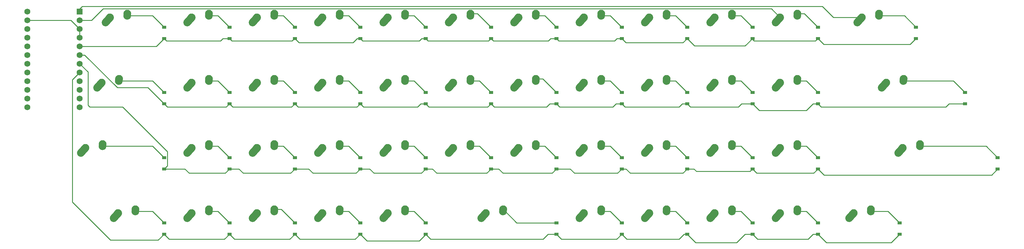
<source format=gbl>
G04 #@! TF.GenerationSoftware,KiCad,Pcbnew,(6.0.7)*
G04 #@! TF.CreationDate,2022-10-02T17:15:59-07:00*
G04 #@! TF.ProjectId,keyboard,6b657962-6f61-4726-942e-6b696361645f,rev?*
G04 #@! TF.SameCoordinates,Original*
G04 #@! TF.FileFunction,Copper,L2,Bot*
G04 #@! TF.FilePolarity,Positive*
%FSLAX46Y46*%
G04 Gerber Fmt 4.6, Leading zero omitted, Abs format (unit mm)*
G04 Created by KiCad (PCBNEW (6.0.7)) date 2022-10-02 17:15:59*
%MOMM*%
%LPD*%
G01*
G04 APERTURE LIST*
G04 Aperture macros list*
%AMHorizOval*
0 Thick line with rounded ends*
0 $1 width*
0 $2 $3 position (X,Y) of the first rounded end (center of the circle)*
0 $4 $5 position (X,Y) of the second rounded end (center of the circle)*
0 Add line between two ends*
20,1,$1,$2,$3,$4,$5,0*
0 Add two circle primitives to create the rounded ends*
1,1,$1,$2,$3*
1,1,$1,$4,$5*%
G04 Aperture macros list end*
G04 #@! TA.AperFunction,ComponentPad*
%ADD10HorizOval,2.250000X0.655001X0.730000X-0.655001X-0.730000X0*%
G04 #@! TD*
G04 #@! TA.AperFunction,ComponentPad*
%ADD11C,2.250000*%
G04 #@! TD*
G04 #@! TA.AperFunction,ComponentPad*
%ADD12HorizOval,2.250000X0.020000X0.290000X-0.020000X-0.290000X0*%
G04 #@! TD*
G04 #@! TA.AperFunction,SMDPad,CuDef*
%ADD13R,1.200000X0.900000*%
G04 #@! TD*
G04 #@! TA.AperFunction,ComponentPad*
%ADD14R,1.752600X1.752600*%
G04 #@! TD*
G04 #@! TA.AperFunction,ComponentPad*
%ADD15C,1.752600*%
G04 #@! TD*
G04 #@! TA.AperFunction,Conductor*
%ADD16C,0.250000*%
G04 #@! TD*
G04 APERTURE END LIST*
D10*
G04 #@! TO.P,K_10,1,COL*
G04 #@! TO.N,col10*
X288393626Y-31456000D03*
D11*
X289048625Y-30726000D03*
D12*
G04 #@! TO.P,K_10,2,ROW*
G04 #@! TO.N,Net-(D_10-Pad2)*
X294068625Y-29936000D03*
D11*
X294088625Y-29646000D03*
G04 #@! TD*
G04 #@! TO.P,K_14,1,COL*
G04 #@! TO.N,col2*
X136648625Y-49776000D03*
D10*
X135993626Y-50506000D03*
D11*
G04 #@! TO.P,K_14,2,ROW*
G04 #@! TO.N,Net-(D_14-Pad2)*
X141688625Y-48696000D03*
D12*
X141668625Y-48986000D03*
G04 #@! TD*
D10*
G04 #@! TO.P,K_42,1,COL*
G04 #@! TO.N,col7*
X231243626Y-88606000D03*
D11*
X231898625Y-87876000D03*
G04 #@! TO.P,K_42,2,ROW*
G04 #@! TO.N,Net-(D_42-Pad2)*
X236938625Y-86796000D03*
D12*
X236918625Y-87086000D03*
G04 #@! TD*
D11*
G04 #@! TO.P,K_30,1,COL*
G04 #@! TO.N,col6*
X212848625Y-68826000D03*
D10*
X212193626Y-69556000D03*
D11*
G04 #@! TO.P,K_30,2,ROW*
G04 #@! TO.N,Net-(D_30-Pad2)*
X217888625Y-67746000D03*
D12*
X217868625Y-68036000D03*
G04 #@! TD*
D11*
G04 #@! TO.P,K_44,1,COL*
G04 #@! TO.N,col9*
X269998625Y-87876000D03*
D10*
X269343626Y-88606000D03*
D12*
G04 #@! TO.P,K_44,2,ROW*
G04 #@! TO.N,Net-(D_44-Pad2)*
X275018625Y-87086000D03*
D11*
X275038625Y-86796000D03*
G04 #@! TD*
D10*
G04 #@! TO.P,K_31,1,COL*
G04 #@! TO.N,col7*
X231243626Y-69556000D03*
D11*
X231898625Y-68826000D03*
D12*
G04 #@! TO.P,K_31,2,ROW*
G04 #@! TO.N,Net-(D_31-Pad2)*
X236918625Y-68036000D03*
D11*
X236938625Y-67746000D03*
G04 #@! TD*
G04 #@! TO.P,K_36,1,COL*
G04 #@! TO.N,col0*
X96167375Y-87876000D03*
D10*
X95512376Y-88606000D03*
D12*
G04 #@! TO.P,K_36,2,ROW*
G04 #@! TO.N,Net-(D_36-Pad2)*
X101187375Y-87086000D03*
D11*
X101207375Y-86796000D03*
G04 #@! TD*
G04 #@! TO.P,K_19,1,COL*
G04 #@! TO.N,col7*
X231898625Y-49776000D03*
D10*
X231243626Y-50506000D03*
D12*
G04 #@! TO.P,K_19,2,ROW*
G04 #@! TO.N,Net-(D_19-Pad2)*
X236918625Y-48986000D03*
D11*
X236938625Y-48696000D03*
G04 #@! TD*
G04 #@! TO.P,K_28,1,COL*
G04 #@! TO.N,col4*
X174748625Y-68826000D03*
D10*
X174093626Y-69556000D03*
D11*
G04 #@! TO.P,K_28,2,ROW*
G04 #@! TO.N,Net-(D_28-Pad2)*
X179788625Y-67746000D03*
D12*
X179768625Y-68036000D03*
G04 #@! TD*
D10*
G04 #@! TO.P,K_16,1,COL*
G04 #@! TO.N,col4*
X174093626Y-50506000D03*
D11*
X174748625Y-49776000D03*
G04 #@! TO.P,K_16,2,ROW*
G04 #@! TO.N,Net-(D_16-Pad2)*
X179788625Y-48696000D03*
D12*
X179768625Y-48986000D03*
G04 #@! TD*
D10*
G04 #@! TO.P,K_45,1,COL*
G04 #@! TO.N,col10*
X288393626Y-88606000D03*
D11*
X289048625Y-87876000D03*
D12*
G04 #@! TO.P,K_45,2,ROW*
G04 #@! TO.N,Net-(D_45-Pad2)*
X294068625Y-87086000D03*
D11*
X294088625Y-86796000D03*
G04 #@! TD*
G04 #@! TO.P,K_4,1,COL*
G04 #@! TO.N,col4*
X174748625Y-30726000D03*
D10*
X174093626Y-31456000D03*
D12*
G04 #@! TO.P,K_4,2,ROW*
G04 #@! TO.N,Net-(D_4-Pad2)*
X179768625Y-29936000D03*
D11*
X179788625Y-29646000D03*
G04 #@! TD*
D10*
G04 #@! TO.P,K_25,1,COL*
G04 #@! TO.N,col1*
X116943626Y-69556000D03*
D11*
X117598625Y-68826000D03*
G04 #@! TO.P,K_25,2,ROW*
G04 #@! TO.N,Net-(D_25-Pad2)*
X122638625Y-67746000D03*
D12*
X122618625Y-68036000D03*
G04 #@! TD*
D10*
G04 #@! TO.P,K_1,1,COL*
G04 #@! TO.N,col1*
X116943626Y-31456000D03*
D11*
X117598625Y-30726000D03*
G04 #@! TO.P,K_1,2,ROW*
G04 #@! TO.N,Net-(D_1-Pad2)*
X122638625Y-29646000D03*
D12*
X122618625Y-29936000D03*
G04 #@! TD*
D10*
G04 #@! TO.P,K_32,1,COL*
G04 #@! TO.N,col8*
X250293626Y-69556000D03*
D11*
X250948625Y-68826000D03*
G04 #@! TO.P,K_32,2,ROW*
G04 #@! TO.N,Net-(D_32-Pad2)*
X255988625Y-67746000D03*
D12*
X255968625Y-68036000D03*
G04 #@! TD*
D11*
G04 #@! TO.P,K_15,1,COL*
G04 #@! TO.N,col3*
X155698625Y-49776000D03*
D10*
X155043626Y-50506000D03*
D12*
G04 #@! TO.P,K_15,2,ROW*
G04 #@! TO.N,Net-(D_15-Pad2)*
X160718625Y-48986000D03*
D11*
X160738625Y-48696000D03*
G04 #@! TD*
D10*
G04 #@! TO.P,K_39,1,COL*
G04 #@! TO.N,col3*
X155043626Y-88606000D03*
D11*
X155698625Y-87876000D03*
D12*
G04 #@! TO.P,K_39,2,ROW*
G04 #@! TO.N,Net-(D_39-Pad2)*
X160718625Y-87086000D03*
D11*
X160738625Y-86796000D03*
G04 #@! TD*
G04 #@! TO.P,K_2,1,COL*
G04 #@! TO.N,col2*
X136648625Y-30726000D03*
D10*
X135993626Y-31456000D03*
D11*
G04 #@! TO.P,K_2,2,ROW*
G04 #@! TO.N,Net-(D_2-Pad2)*
X141688625Y-29646000D03*
D12*
X141668625Y-29936000D03*
G04 #@! TD*
D11*
G04 #@! TO.P,K_3,1,COL*
G04 #@! TO.N,col3*
X155698625Y-30726000D03*
D10*
X155043626Y-31456000D03*
D12*
G04 #@! TO.P,K_3,2,ROW*
G04 #@! TO.N,Net-(D_3-Pad2)*
X160718625Y-29936000D03*
D11*
X160738625Y-29646000D03*
G04 #@! TD*
D10*
G04 #@! TO.P,K_21,1,COL*
G04 #@! TO.N,col9*
X269343626Y-50506000D03*
D11*
X269998625Y-49776000D03*
G04 #@! TO.P,K_21,2,ROW*
G04 #@! TO.N,Net-(D_21-Pad2)*
X275038625Y-48696000D03*
D12*
X275018625Y-48986000D03*
G04 #@! TD*
D10*
G04 #@! TO.P,K_18,1,COL*
G04 #@! TO.N,col6*
X212193626Y-50506000D03*
D11*
X212848625Y-49776000D03*
G04 #@! TO.P,K_18,2,ROW*
G04 #@! TO.N,Net-(D_18-Pad2)*
X217888625Y-48696000D03*
D12*
X217868625Y-48986000D03*
G04 #@! TD*
D11*
G04 #@! TO.P,K_43,1,COL*
G04 #@! TO.N,col8*
X250948625Y-87876000D03*
D10*
X250293626Y-88606000D03*
D12*
G04 #@! TO.P,K_43,2,ROW*
G04 #@! TO.N,Net-(D_43-Pad2)*
X255968625Y-87086000D03*
D11*
X255988625Y-86796000D03*
G04 #@! TD*
D10*
G04 #@! TO.P,K_17,1,COL*
G04 #@! TO.N,col5*
X193143626Y-50506000D03*
D11*
X193798625Y-49776000D03*
G04 #@! TO.P,K_17,2,ROW*
G04 #@! TO.N,Net-(D_17-Pad2)*
X198838625Y-48696000D03*
D12*
X198818625Y-48986000D03*
G04 #@! TD*
D10*
G04 #@! TO.P,K_5,1,COL*
G04 #@! TO.N,col5*
X193143626Y-31456000D03*
D11*
X193798625Y-30726000D03*
D12*
G04 #@! TO.P,K_5,2,ROW*
G04 #@! TO.N,Net-(D_5-Pad2)*
X198818625Y-29936000D03*
D11*
X198838625Y-29646000D03*
G04 #@! TD*
G04 #@! TO.P,K_20,1,COL*
G04 #@! TO.N,col8*
X250948625Y-49776000D03*
D10*
X250293626Y-50506000D03*
D11*
G04 #@! TO.P,K_20,2,ROW*
G04 #@! TO.N,Net-(D_20-Pad2)*
X255988625Y-48696000D03*
D12*
X255968625Y-48986000D03*
G04 #@! TD*
D10*
G04 #@! TO.P,K_8,1,COL*
G04 #@! TO.N,col8*
X250293626Y-31456000D03*
D11*
X250948625Y-30726000D03*
G04 #@! TO.P,K_8,2,ROW*
G04 #@! TO.N,Net-(D_8-Pad2)*
X255988625Y-29646000D03*
D12*
X255968625Y-29936000D03*
G04 #@! TD*
D10*
G04 #@! TO.P,K_7,1,COL*
G04 #@! TO.N,col7*
X231243626Y-31456000D03*
D11*
X231898625Y-30726000D03*
D12*
G04 #@! TO.P,K_7,2,ROW*
G04 #@! TO.N,Net-(D_7-Pad2)*
X236918625Y-29936000D03*
D11*
X236938625Y-29646000D03*
G04 #@! TD*
D10*
G04 #@! TO.P,K_12,1,COL*
G04 #@! TO.N,col0*
X90749876Y-50506000D03*
D11*
X91404875Y-49776000D03*
G04 #@! TO.P,K_12,2,ROW*
G04 #@! TO.N,Net-(D_12-Pad2)*
X96444875Y-48696000D03*
D12*
X96424875Y-48986000D03*
G04 #@! TD*
D11*
G04 #@! TO.P,K_23,1,COL*
G04 #@! TO.N,col11*
X320004875Y-49776000D03*
D10*
X319349876Y-50506000D03*
D11*
G04 #@! TO.P,K_23,2,ROW*
G04 #@! TO.N,Net-(D_23-Pad2)*
X325044875Y-48696000D03*
D12*
X325024875Y-48986000D03*
G04 #@! TD*
D11*
G04 #@! TO.P,K_33,1,COL*
G04 #@! TO.N,col9*
X269998625Y-68826000D03*
D10*
X269343626Y-69556000D03*
D12*
G04 #@! TO.P,K_33,2,ROW*
G04 #@! TO.N,Net-(D_33-Pad2)*
X275018625Y-68036000D03*
D11*
X275038625Y-67746000D03*
G04 #@! TD*
G04 #@! TO.P,K_29,1,COL*
G04 #@! TO.N,col5*
X193798625Y-68826000D03*
D10*
X193143626Y-69556000D03*
D12*
G04 #@! TO.P,K_29,2,ROW*
G04 #@! TO.N,Net-(D_29-Pad2)*
X198818625Y-68036000D03*
D11*
X198838625Y-67746000D03*
G04 #@! TD*
G04 #@! TO.P,K_0,1,COL*
G04 #@! TO.N,col0*
X93786125Y-30726000D03*
D10*
X93131126Y-31456000D03*
D12*
G04 #@! TO.P,K_0,2,ROW*
G04 #@! TO.N,Net-(D_0-Pad2)*
X98806125Y-29936000D03*
D11*
X98826125Y-29646000D03*
G04 #@! TD*
D10*
G04 #@! TO.P,K_24,1,COL*
G04 #@! TO.N,col0*
X85987376Y-69556000D03*
D11*
X86642375Y-68826000D03*
G04 #@! TO.P,K_24,2,ROW*
G04 #@! TO.N,Net-(D_24-Pad2)*
X91682375Y-67746000D03*
D12*
X91662375Y-68036000D03*
G04 #@! TD*
D11*
G04 #@! TO.P,K_37,1,COL*
G04 #@! TO.N,col1*
X117598625Y-87876000D03*
D10*
X116943626Y-88606000D03*
D12*
G04 #@! TO.P,K_37,2,ROW*
G04 #@! TO.N,Net-(D_37-Pad2)*
X122618625Y-87086000D03*
D11*
X122638625Y-86796000D03*
G04 #@! TD*
D10*
G04 #@! TO.P,K_41,1,COL*
G04 #@! TO.N,col6*
X202668626Y-88606000D03*
D11*
X203323625Y-87876000D03*
G04 #@! TO.P,K_41,2,ROW*
G04 #@! TO.N,Net-(D_41-Pad2)*
X208363625Y-86796000D03*
D12*
X208343625Y-87086000D03*
G04 #@! TD*
D10*
G04 #@! TO.P,K_9,1,COL*
G04 #@! TO.N,col9*
X269343626Y-31456000D03*
D11*
X269998625Y-30726000D03*
G04 #@! TO.P,K_9,2,ROW*
G04 #@! TO.N,Net-(D_9-Pad2)*
X275038625Y-29646000D03*
D12*
X275018625Y-29936000D03*
G04 #@! TD*
D11*
G04 #@! TO.P,K_46,1,COL*
G04 #@! TO.N,col11*
X310479875Y-87876000D03*
D10*
X309824876Y-88606000D03*
D11*
G04 #@! TO.P,K_46,2,ROW*
G04 #@! TO.N,Net-(D_46-Pad2)*
X315519875Y-86796000D03*
D12*
X315499875Y-87086000D03*
G04 #@! TD*
D10*
G04 #@! TO.P,K_27,1,COL*
G04 #@! TO.N,col3*
X155043626Y-69556000D03*
D11*
X155698625Y-68826000D03*
D12*
G04 #@! TO.P,K_27,2,ROW*
G04 #@! TO.N,Net-(D_27-Pad2)*
X160718625Y-68036000D03*
D11*
X160738625Y-67746000D03*
G04 #@! TD*
G04 #@! TO.P,K_22,1,COL*
G04 #@! TO.N,col10*
X289048625Y-49776000D03*
D10*
X288393626Y-50506000D03*
D11*
G04 #@! TO.P,K_22,2,ROW*
G04 #@! TO.N,Net-(D_22-Pad2)*
X294088625Y-48696000D03*
D12*
X294068625Y-48986000D03*
G04 #@! TD*
D10*
G04 #@! TO.P,K_26,1,COL*
G04 #@! TO.N,col2*
X135993626Y-69556000D03*
D11*
X136648625Y-68826000D03*
G04 #@! TO.P,K_26,2,ROW*
G04 #@! TO.N,Net-(D_26-Pad2)*
X141688625Y-67746000D03*
D12*
X141668625Y-68036000D03*
G04 #@! TD*
D11*
G04 #@! TO.P,K_40,1,COL*
G04 #@! TO.N,col4*
X174748625Y-87876000D03*
D10*
X174093626Y-88606000D03*
D12*
G04 #@! TO.P,K_40,2,ROW*
G04 #@! TO.N,Net-(D_40-Pad2)*
X179768625Y-87086000D03*
D11*
X179788625Y-86796000D03*
G04 #@! TD*
G04 #@! TO.P,K_38,1,COL*
G04 #@! TO.N,col2*
X136648625Y-87876000D03*
D10*
X135993626Y-88606000D03*
D11*
G04 #@! TO.P,K_38,2,ROW*
G04 #@! TO.N,Net-(D_38-Pad2)*
X141688625Y-86796000D03*
D12*
X141668625Y-87086000D03*
G04 #@! TD*
D10*
G04 #@! TO.P,K_35,1,COL*
G04 #@! TO.N,col11*
X324112376Y-69556000D03*
D11*
X324767375Y-68826000D03*
G04 #@! TO.P,K_35,2,ROW*
G04 #@! TO.N,Net-(D_35-Pad2)*
X329807375Y-67746000D03*
D12*
X329787375Y-68036000D03*
G04 #@! TD*
D11*
G04 #@! TO.P,K_34,1,COL*
G04 #@! TO.N,col10*
X289048625Y-68826000D03*
D10*
X288393626Y-69556000D03*
D12*
G04 #@! TO.P,K_34,2,ROW*
G04 #@! TO.N,Net-(D_34-Pad2)*
X294068625Y-68036000D03*
D11*
X294088625Y-67746000D03*
G04 #@! TD*
D10*
G04 #@! TO.P,K_13,1,COL*
G04 #@! TO.N,col1*
X116943626Y-50506000D03*
D11*
X117598625Y-49776000D03*
G04 #@! TO.P,K_13,2,ROW*
G04 #@! TO.N,Net-(D_13-Pad2)*
X122638625Y-48696000D03*
D12*
X122618625Y-48986000D03*
G04 #@! TD*
D11*
G04 #@! TO.P,K_11,1,COL*
G04 #@! TO.N,col11*
X312861125Y-30726000D03*
D10*
X312206126Y-31456000D03*
D12*
G04 #@! TO.P,K_11,2,ROW*
G04 #@! TO.N,Net-(D_11-Pad2)*
X317881125Y-29936000D03*
D11*
X317901125Y-29646000D03*
G04 #@! TD*
G04 #@! TO.P,K_6,1,COL*
G04 #@! TO.N,col6*
X212848625Y-30726000D03*
D10*
X212193626Y-31456000D03*
D11*
G04 #@! TO.P,K_6,2,ROW*
G04 #@! TO.N,Net-(D_6-Pad2)*
X217888625Y-29646000D03*
D12*
X217868625Y-29936000D03*
G04 #@! TD*
D13*
G04 #@! TO.P,D_13,1,K*
G04 #@! TO.N,row1*
X128623625Y-55926000D03*
G04 #@! TO.P,D_13,2,A*
G04 #@! TO.N,Net-(D_13-Pad2)*
X128623625Y-52626000D03*
G04 #@! TD*
G04 #@! TO.P,D_2,1,K*
G04 #@! TO.N,row0*
X147673625Y-36876000D03*
G04 #@! TO.P,D_2,2,A*
G04 #@! TO.N,Net-(D_2-Pad2)*
X147673625Y-33576000D03*
G04 #@! TD*
G04 #@! TO.P,D_22,1,K*
G04 #@! TO.N,row1*
X300073625Y-55926000D03*
G04 #@! TO.P,D_22,2,A*
G04 #@! TO.N,Net-(D_22-Pad2)*
X300073625Y-52626000D03*
G04 #@! TD*
G04 #@! TO.P,D_23,1,K*
G04 #@! TO.N,row1*
X342936125Y-55926000D03*
G04 #@! TO.P,D_23,2,A*
G04 #@! TO.N,Net-(D_23-Pad2)*
X342936125Y-52626000D03*
G04 #@! TD*
G04 #@! TO.P,D_32,1,K*
G04 #@! TO.N,row2*
X261973625Y-74976000D03*
G04 #@! TO.P,D_32,2,A*
G04 #@! TO.N,Net-(D_32-Pad2)*
X261973625Y-71676000D03*
G04 #@! TD*
G04 #@! TO.P,D_8,1,K*
G04 #@! TO.N,row0*
X261973625Y-36876000D03*
G04 #@! TO.P,D_8,2,A*
G04 #@! TO.N,Net-(D_8-Pad2)*
X261973625Y-33576000D03*
G04 #@! TD*
G04 #@! TO.P,D_37,1,K*
G04 #@! TO.N,row3*
X128623625Y-94026000D03*
G04 #@! TO.P,D_37,2,A*
G04 #@! TO.N,Net-(D_37-Pad2)*
X128623625Y-90726000D03*
G04 #@! TD*
G04 #@! TO.P,D_35,1,K*
G04 #@! TO.N,row2*
X352461125Y-74976000D03*
G04 #@! TO.P,D_35,2,A*
G04 #@! TO.N,Net-(D_35-Pad2)*
X352461125Y-71676000D03*
G04 #@! TD*
G04 #@! TO.P,D_36,1,K*
G04 #@! TO.N,row3*
X109573625Y-94026000D03*
G04 #@! TO.P,D_36,2,A*
G04 #@! TO.N,Net-(D_36-Pad2)*
X109573625Y-90726000D03*
G04 #@! TD*
G04 #@! TO.P,D_10,1,K*
G04 #@! TO.N,row0*
X300073625Y-36876000D03*
G04 #@! TO.P,D_10,2,A*
G04 #@! TO.N,Net-(D_10-Pad2)*
X300073625Y-33576000D03*
G04 #@! TD*
G04 #@! TO.P,D_1,1,K*
G04 #@! TO.N,row0*
X128623625Y-36876000D03*
G04 #@! TO.P,D_1,2,A*
G04 #@! TO.N,Net-(D_1-Pad2)*
X128623625Y-33576000D03*
G04 #@! TD*
G04 #@! TO.P,D_31,1,K*
G04 #@! TO.N,row2*
X242923625Y-74976000D03*
G04 #@! TO.P,D_31,2,A*
G04 #@! TO.N,Net-(D_31-Pad2)*
X242923625Y-71676000D03*
G04 #@! TD*
G04 #@! TO.P,D_44,1,K*
G04 #@! TO.N,row3*
X281023625Y-94026000D03*
G04 #@! TO.P,D_44,2,A*
G04 #@! TO.N,Net-(D_44-Pad2)*
X281023625Y-90726000D03*
G04 #@! TD*
G04 #@! TO.P,D_6,1,K*
G04 #@! TO.N,row0*
X223873625Y-36876000D03*
G04 #@! TO.P,D_6,2,A*
G04 #@! TO.N,Net-(D_6-Pad2)*
X223873625Y-33576000D03*
G04 #@! TD*
G04 #@! TO.P,D_11,1,K*
G04 #@! TO.N,row0*
X328648625Y-36876000D03*
G04 #@! TO.P,D_11,2,A*
G04 #@! TO.N,Net-(D_11-Pad2)*
X328648625Y-33576000D03*
G04 #@! TD*
G04 #@! TO.P,D_12,1,K*
G04 #@! TO.N,row1*
X109573625Y-55926000D03*
G04 #@! TO.P,D_12,2,A*
G04 #@! TO.N,Net-(D_12-Pad2)*
X109573625Y-52626000D03*
G04 #@! TD*
G04 #@! TO.P,D_24,1,K*
G04 #@! TO.N,row2*
X109573625Y-74976000D03*
G04 #@! TO.P,D_24,2,A*
G04 #@! TO.N,Net-(D_24-Pad2)*
X109573625Y-71676000D03*
G04 #@! TD*
G04 #@! TO.P,D_3,1,K*
G04 #@! TO.N,row0*
X166723625Y-36876000D03*
G04 #@! TO.P,D_3,2,A*
G04 #@! TO.N,Net-(D_3-Pad2)*
X166723625Y-33576000D03*
G04 #@! TD*
G04 #@! TO.P,D_9,1,K*
G04 #@! TO.N,row0*
X281023625Y-36876000D03*
G04 #@! TO.P,D_9,2,A*
G04 #@! TO.N,Net-(D_9-Pad2)*
X281023625Y-33576000D03*
G04 #@! TD*
G04 #@! TO.P,D_16,1,K*
G04 #@! TO.N,row1*
X185773625Y-55926000D03*
G04 #@! TO.P,D_16,2,A*
G04 #@! TO.N,Net-(D_16-Pad2)*
X185773625Y-52626000D03*
G04 #@! TD*
G04 #@! TO.P,D_21,1,K*
G04 #@! TO.N,row1*
X281023625Y-55926000D03*
G04 #@! TO.P,D_21,2,A*
G04 #@! TO.N,Net-(D_21-Pad2)*
X281023625Y-52626000D03*
G04 #@! TD*
G04 #@! TO.P,D_19,1,K*
G04 #@! TO.N,row1*
X242923625Y-55926000D03*
G04 #@! TO.P,D_19,2,A*
G04 #@! TO.N,Net-(D_19-Pad2)*
X242923625Y-52626000D03*
G04 #@! TD*
G04 #@! TO.P,D_42,1,K*
G04 #@! TO.N,row3*
X242923625Y-94026000D03*
G04 #@! TO.P,D_42,2,A*
G04 #@! TO.N,Net-(D_42-Pad2)*
X242923625Y-90726000D03*
G04 #@! TD*
G04 #@! TO.P,D_43,1,K*
G04 #@! TO.N,row3*
X261973625Y-94026000D03*
G04 #@! TO.P,D_43,2,A*
G04 #@! TO.N,Net-(D_43-Pad2)*
X261973625Y-90726000D03*
G04 #@! TD*
G04 #@! TO.P,D_39,1,K*
G04 #@! TO.N,row3*
X166723625Y-94026000D03*
G04 #@! TO.P,D_39,2,A*
G04 #@! TO.N,Net-(D_39-Pad2)*
X166723625Y-90726000D03*
G04 #@! TD*
G04 #@! TO.P,D_29,1,K*
G04 #@! TO.N,row2*
X204823625Y-74976000D03*
G04 #@! TO.P,D_29,2,A*
G04 #@! TO.N,Net-(D_29-Pad2)*
X204823625Y-71676000D03*
G04 #@! TD*
G04 #@! TO.P,D_25,1,K*
G04 #@! TO.N,row2*
X128623625Y-74976000D03*
G04 #@! TO.P,D_25,2,A*
G04 #@! TO.N,Net-(D_25-Pad2)*
X128623625Y-71676000D03*
G04 #@! TD*
G04 #@! TO.P,D_4,1,K*
G04 #@! TO.N,row0*
X185773625Y-36876000D03*
G04 #@! TO.P,D_4,2,A*
G04 #@! TO.N,Net-(D_4-Pad2)*
X185773625Y-33576000D03*
G04 #@! TD*
G04 #@! TO.P,D_20,1,K*
G04 #@! TO.N,row1*
X261973625Y-55926000D03*
G04 #@! TO.P,D_20,2,A*
G04 #@! TO.N,Net-(D_20-Pad2)*
X261973625Y-52626000D03*
G04 #@! TD*
G04 #@! TO.P,D_14,1,K*
G04 #@! TO.N,row1*
X147673625Y-55926000D03*
G04 #@! TO.P,D_14,2,A*
G04 #@! TO.N,Net-(D_14-Pad2)*
X147673625Y-52626000D03*
G04 #@! TD*
G04 #@! TO.P,D_30,1,K*
G04 #@! TO.N,row2*
X223873625Y-74976000D03*
G04 #@! TO.P,D_30,2,A*
G04 #@! TO.N,Net-(D_30-Pad2)*
X223873625Y-71676000D03*
G04 #@! TD*
G04 #@! TO.P,D_27,1,K*
G04 #@! TO.N,row2*
X166723625Y-74976000D03*
G04 #@! TO.P,D_27,2,A*
G04 #@! TO.N,Net-(D_27-Pad2)*
X166723625Y-71676000D03*
G04 #@! TD*
G04 #@! TO.P,D_26,1,K*
G04 #@! TO.N,row2*
X147673625Y-74976000D03*
G04 #@! TO.P,D_26,2,A*
G04 #@! TO.N,Net-(D_26-Pad2)*
X147673625Y-71676000D03*
G04 #@! TD*
G04 #@! TO.P,D_38,1,K*
G04 #@! TO.N,row3*
X147673625Y-94026000D03*
G04 #@! TO.P,D_38,2,A*
G04 #@! TO.N,Net-(D_38-Pad2)*
X147673625Y-90726000D03*
G04 #@! TD*
G04 #@! TO.P,D_40,1,K*
G04 #@! TO.N,row3*
X185773625Y-94026000D03*
G04 #@! TO.P,D_40,2,A*
G04 #@! TO.N,Net-(D_40-Pad2)*
X185773625Y-90726000D03*
G04 #@! TD*
G04 #@! TO.P,D_17,1,K*
G04 #@! TO.N,row1*
X204823625Y-55926000D03*
G04 #@! TO.P,D_17,2,A*
G04 #@! TO.N,Net-(D_17-Pad2)*
X204823625Y-52626000D03*
G04 #@! TD*
G04 #@! TO.P,D_0,1,K*
G04 #@! TO.N,row0*
X109573625Y-36876000D03*
G04 #@! TO.P,D_0,2,A*
G04 #@! TO.N,Net-(D_0-Pad2)*
X109573625Y-33576000D03*
G04 #@! TD*
G04 #@! TO.P,D_5,1,K*
G04 #@! TO.N,row0*
X204823625Y-36876000D03*
G04 #@! TO.P,D_5,2,A*
G04 #@! TO.N,Net-(D_5-Pad2)*
X204823625Y-33576000D03*
G04 #@! TD*
G04 #@! TO.P,D_18,1,K*
G04 #@! TO.N,row1*
X223873625Y-55926000D03*
G04 #@! TO.P,D_18,2,A*
G04 #@! TO.N,Net-(D_18-Pad2)*
X223873625Y-52626000D03*
G04 #@! TD*
G04 #@! TO.P,D_28,1,K*
G04 #@! TO.N,row2*
X185773625Y-74976000D03*
G04 #@! TO.P,D_28,2,A*
G04 #@! TO.N,Net-(D_28-Pad2)*
X185773625Y-71676000D03*
G04 #@! TD*
G04 #@! TO.P,D_33,1,K*
G04 #@! TO.N,row2*
X281023625Y-74976000D03*
G04 #@! TO.P,D_33,2,A*
G04 #@! TO.N,Net-(D_33-Pad2)*
X281023625Y-71676000D03*
G04 #@! TD*
G04 #@! TO.P,D_46,1,K*
G04 #@! TO.N,row3*
X323886125Y-94026000D03*
G04 #@! TO.P,D_46,2,A*
G04 #@! TO.N,Net-(D_46-Pad2)*
X323886125Y-90726000D03*
G04 #@! TD*
D14*
G04 #@! TO.P,U1,1,TX0/PD3*
G04 #@! TO.N,col11*
X84983125Y-29011000D03*
D15*
G04 #@! TO.P,U1,2,RX1/PD2*
G04 #@! TO.N,col10*
X84983125Y-31551000D03*
G04 #@! TO.P,U1,3,GND*
G04 #@! TO.N,GND*
X84983125Y-34091000D03*
G04 #@! TO.P,U1,4,GND*
X84983125Y-36631000D03*
G04 #@! TO.P,U1,5,2/PD1*
G04 #@! TO.N,row0*
X84983125Y-39171000D03*
G04 #@! TO.P,U1,6,3/PD0*
G04 #@! TO.N,row1*
X84983125Y-41711000D03*
G04 #@! TO.P,U1,7,4/PD4*
G04 #@! TO.N,row2*
X84983125Y-44251000D03*
G04 #@! TO.P,U1,8,5/PC6*
G04 #@! TO.N,row3*
X84983125Y-46791000D03*
G04 #@! TO.P,U1,9,6/PD7*
G04 #@! TO.N,col9*
X84983125Y-49331000D03*
G04 #@! TO.P,U1,10,7/PE6*
G04 #@! TO.N,unconnected-(U1-Pad10)*
X84983125Y-51871000D03*
G04 #@! TO.P,U1,11,8/PB4*
G04 #@! TO.N,unconnected-(U1-Pad11)*
X84983125Y-54411000D03*
G04 #@! TO.P,U1,12,9/PB5*
G04 #@! TO.N,col0*
X84983125Y-56951000D03*
G04 #@! TO.P,U1,13,10/PB6*
G04 #@! TO.N,col8*
X69743125Y-56951000D03*
G04 #@! TO.P,U1,14,16/PB2*
G04 #@! TO.N,col7*
X69743125Y-54411000D03*
G04 #@! TO.P,U1,15,14/PB3*
G04 #@! TO.N,col6*
X69743125Y-51871000D03*
G04 #@! TO.P,U1,16,15/PB1*
G04 #@! TO.N,col5*
X69743125Y-49331000D03*
G04 #@! TO.P,U1,17,A0/PF7*
G04 #@! TO.N,col4*
X69743125Y-46791000D03*
G04 #@! TO.P,U1,18,A1/PF6*
G04 #@! TO.N,col3*
X69743125Y-44251000D03*
G04 #@! TO.P,U1,19,A2/PF5*
G04 #@! TO.N,col2*
X69743125Y-41711000D03*
G04 #@! TO.P,U1,20,A3/PF4*
G04 #@! TO.N,col1*
X69743125Y-39171000D03*
G04 #@! TO.P,U1,21,VCC*
G04 #@! TO.N,unconnected-(U1-Pad21)*
X69743125Y-36631000D03*
G04 #@! TO.P,U1,22,RST*
G04 #@! TO.N,unconnected-(U1-Pad22)*
X69743125Y-34091000D03*
G04 #@! TO.P,U1,23,GND*
G04 #@! TO.N,GND*
X69743125Y-31551000D03*
G04 #@! TO.P,U1,24,RAW*
G04 #@! TO.N,unconnected-(U1-Pad24)*
X69743125Y-29011000D03*
G04 #@! TD*
D13*
G04 #@! TO.P,D_45,1,K*
G04 #@! TO.N,row3*
X300073625Y-94026000D03*
G04 #@! TO.P,D_45,2,A*
G04 #@! TO.N,Net-(D_45-Pad2)*
X300073625Y-90726000D03*
G04 #@! TD*
G04 #@! TO.P,D_41,1,K*
G04 #@! TO.N,row3*
X223873625Y-94026000D03*
G04 #@! TO.P,D_41,2,A*
G04 #@! TO.N,Net-(D_41-Pad2)*
X223873625Y-90726000D03*
G04 #@! TD*
G04 #@! TO.P,D_15,1,K*
G04 #@! TO.N,row1*
X166723625Y-55926000D03*
G04 #@! TO.P,D_15,2,A*
G04 #@! TO.N,Net-(D_15-Pad2)*
X166723625Y-52626000D03*
G04 #@! TD*
G04 #@! TO.P,D_34,1,K*
G04 #@! TO.N,row2*
X300073625Y-74976000D03*
G04 #@! TO.P,D_34,2,A*
G04 #@! TO.N,Net-(D_34-Pad2)*
X300073625Y-71676000D03*
G04 #@! TD*
G04 #@! TO.P,D_7,1,K*
G04 #@! TO.N,row0*
X242923625Y-36876000D03*
G04 #@! TO.P,D_7,2,A*
G04 #@! TO.N,Net-(D_7-Pad2)*
X242923625Y-33576000D03*
G04 #@! TD*
D16*
G04 #@! TO.N,col10*
X91804000Y-28196000D02*
X88449000Y-31551000D01*
X286518625Y-28196000D02*
X91804000Y-28196000D01*
X289048625Y-30726000D02*
X286518625Y-28196000D01*
X88449000Y-31551000D02*
X84983125Y-31551000D01*
G04 #@! TO.N,col11*
X304623625Y-30726000D02*
X301397625Y-27500000D01*
X85750000Y-27500000D02*
X84983125Y-28266875D01*
X312861125Y-30726000D02*
X304623625Y-30726000D01*
X301397625Y-27500000D02*
X85750000Y-27500000D01*
X84983125Y-28266875D02*
X84983125Y-29011000D01*
G04 #@! TO.N,row0*
X147528000Y-36876000D02*
X146812000Y-37592000D01*
X185773625Y-36876000D02*
X186489625Y-37592000D01*
X109573625Y-36876000D02*
X107278625Y-39171000D01*
X244147625Y-38100000D02*
X242923625Y-36876000D01*
X261973625Y-36876000D02*
X260749625Y-38100000D01*
X224589625Y-37592000D02*
X240792000Y-37592000D01*
X281023625Y-37183625D02*
X281432000Y-37592000D01*
X328648625Y-36876000D02*
X326924370Y-38600255D01*
X223873625Y-36876000D02*
X224589625Y-37592000D01*
X281023625Y-36876000D02*
X278842263Y-39057362D01*
X240792000Y-37592000D02*
X241508000Y-36876000D01*
X260749625Y-38100000D02*
X244147625Y-38100000D01*
X281023625Y-36876000D02*
X281023625Y-37183625D01*
X125984000Y-37592000D02*
X126700000Y-36876000D01*
X301797880Y-38600255D02*
X300073625Y-36876000D01*
X166723625Y-36876000D02*
X167439625Y-37592000D01*
X165816000Y-36876000D02*
X166723625Y-36876000D01*
X147673625Y-36876000D02*
X148897625Y-38100000D01*
X204107625Y-37592000D02*
X204823625Y-36876000D01*
X186489625Y-37592000D02*
X204107625Y-37592000D01*
X278842263Y-39057362D02*
X264154987Y-39057362D01*
X222204000Y-36876000D02*
X223873625Y-36876000D01*
X204823625Y-36876000D02*
X205539625Y-37592000D01*
X167439625Y-37592000D02*
X183896000Y-37592000D01*
X109573625Y-36876000D02*
X110289625Y-37592000D01*
X147673625Y-36876000D02*
X147528000Y-36876000D01*
X148897625Y-38100000D02*
X164592000Y-38100000D01*
X129339625Y-37592000D02*
X146812000Y-37592000D01*
X264154987Y-39057362D02*
X261973625Y-36876000D01*
X126700000Y-36876000D02*
X128623625Y-36876000D01*
X221488000Y-37592000D02*
X222204000Y-36876000D01*
X110289625Y-37592000D02*
X125984000Y-37592000D01*
X184612000Y-36876000D02*
X185773625Y-36876000D01*
X183896000Y-37592000D02*
X184612000Y-36876000D01*
X326924370Y-38600255D02*
X301797880Y-38600255D01*
X128623625Y-36876000D02*
X129339625Y-37592000D01*
X164592000Y-38100000D02*
X165816000Y-36876000D01*
X107278625Y-39171000D02*
X84983125Y-39171000D01*
X299357625Y-37592000D02*
X281432000Y-37592000D01*
X300073625Y-36876000D02*
X299357625Y-37592000D01*
X205539625Y-37592000D02*
X221488000Y-37592000D01*
X241508000Y-36876000D02*
X242923625Y-36876000D01*
G04 #@! TO.N,row1*
X148643625Y-56896000D02*
X165753625Y-56896000D01*
X223873625Y-55926000D02*
X224843625Y-56896000D01*
X183388000Y-56896000D02*
X184358000Y-55926000D01*
X240284000Y-56896000D02*
X241254000Y-55926000D01*
X276860000Y-56896000D02*
X277830000Y-55926000D01*
X296672000Y-57912000D02*
X298658000Y-55926000D01*
X110543625Y-56896000D02*
X127653625Y-56896000D01*
X338282000Y-55926000D02*
X342936125Y-55926000D01*
X277830000Y-55926000D02*
X281023625Y-55926000D01*
X109573625Y-55926000D02*
X104896717Y-51249092D01*
X298658000Y-55926000D02*
X300073625Y-55926000D01*
X259588000Y-56896000D02*
X260558000Y-55926000D01*
X301043625Y-56896000D02*
X337312000Y-56896000D01*
X262943625Y-56896000D02*
X276860000Y-56896000D01*
X281023625Y-55926000D02*
X283009625Y-57912000D01*
X205793625Y-56896000D02*
X220980000Y-56896000D01*
X204823625Y-55926000D02*
X205793625Y-56896000D01*
X95953092Y-51249092D02*
X86415000Y-41711000D01*
X221950000Y-55926000D02*
X223873625Y-55926000D01*
X260558000Y-55926000D02*
X261973625Y-55926000D01*
X203853625Y-56896000D02*
X204823625Y-55926000D01*
X165753625Y-56896000D02*
X166723625Y-55926000D01*
X224843625Y-56896000D02*
X240284000Y-56896000D01*
X129593625Y-56896000D02*
X146703625Y-56896000D01*
X220980000Y-56896000D02*
X221950000Y-55926000D01*
X185773625Y-55926000D02*
X186743625Y-56896000D01*
X128623625Y-55926000D02*
X129593625Y-56896000D01*
X146703625Y-56896000D02*
X147673625Y-55926000D01*
X283009625Y-57912000D02*
X296672000Y-57912000D01*
X166723625Y-55926000D02*
X167693625Y-56896000D01*
X127653625Y-56896000D02*
X128623625Y-55926000D01*
X147673625Y-55926000D02*
X148643625Y-56896000D01*
X104896717Y-51249092D02*
X95953092Y-51249092D01*
X186743625Y-56896000D02*
X203853625Y-56896000D01*
X167693625Y-56896000D02*
X183388000Y-56896000D01*
X243893625Y-56896000D02*
X259588000Y-56896000D01*
X86415000Y-41711000D02*
X84983125Y-41711000D01*
X184358000Y-55926000D02*
X185773625Y-55926000D01*
X261973625Y-55926000D02*
X262943625Y-56896000D01*
X337312000Y-56896000D02*
X338282000Y-55926000D01*
X300073625Y-55926000D02*
X301043625Y-56896000D01*
X109573625Y-55926000D02*
X110543625Y-56896000D01*
X242923625Y-55926000D02*
X243893625Y-56896000D01*
X241254000Y-55926000D02*
X242923625Y-55926000D01*
G04 #@! TO.N,row2*
X298849625Y-76200000D02*
X282247625Y-76200000D01*
X264668000Y-75692000D02*
X263952000Y-74976000D01*
X110498625Y-69888065D02*
X97506560Y-56896000D01*
X263952000Y-74976000D02*
X261973625Y-74976000D01*
X203599625Y-76200000D02*
X188976000Y-76200000D01*
X223873625Y-74976000D02*
X222649625Y-76200000D01*
X97506560Y-56896000D02*
X87884000Y-56896000D01*
X170688000Y-76200000D02*
X169464000Y-74976000D01*
X244140000Y-74976000D02*
X242923625Y-74976000D01*
X115616000Y-74976000D02*
X109573625Y-74976000D01*
X151684000Y-74976000D02*
X147673625Y-74976000D01*
X187752000Y-74976000D02*
X185773625Y-74976000D01*
X132588000Y-76200000D02*
X131364000Y-74976000D01*
X207056000Y-74976000D02*
X204823625Y-74976000D01*
X152908000Y-76200000D02*
X151684000Y-74976000D01*
X227884000Y-74976000D02*
X223873625Y-74976000D01*
X109573625Y-74976000D02*
X110498625Y-74051000D01*
X222649625Y-76200000D02*
X208280000Y-76200000D01*
X87884000Y-56896000D02*
X87376000Y-56388000D01*
X260749625Y-76200000D02*
X245364000Y-76200000D01*
X281023625Y-74976000D02*
X280307625Y-75692000D01*
X146449625Y-76200000D02*
X132588000Y-76200000D01*
X184549625Y-76200000D02*
X170688000Y-76200000D01*
X229108000Y-76200000D02*
X227884000Y-74976000D01*
X127399625Y-76200000D02*
X116840000Y-76200000D01*
X169464000Y-74976000D02*
X166723625Y-74976000D01*
X116840000Y-76200000D02*
X115616000Y-74976000D01*
X188976000Y-76200000D02*
X187752000Y-74976000D01*
X110498625Y-74051000D02*
X110498625Y-69888065D01*
X261973625Y-74976000D02*
X260749625Y-76200000D01*
X128623625Y-74976000D02*
X127399625Y-76200000D01*
X131364000Y-74976000D02*
X128623625Y-74976000D01*
X280307625Y-75692000D02*
X264668000Y-75692000D01*
X87376000Y-56388000D02*
X87376000Y-46643875D01*
X352461125Y-74976000D02*
X350687487Y-76749638D01*
X245364000Y-76200000D02*
X244140000Y-74976000D01*
X147673625Y-74976000D02*
X146449625Y-76200000D01*
X165499625Y-76200000D02*
X152908000Y-76200000D01*
X301847263Y-76749638D02*
X300073625Y-74976000D01*
X282247625Y-76200000D02*
X281023625Y-74976000D01*
X300073625Y-74976000D02*
X298849625Y-76200000D01*
X241699625Y-76200000D02*
X229108000Y-76200000D01*
X208280000Y-76200000D02*
X207056000Y-74976000D01*
X350687487Y-76749638D02*
X301847263Y-76749638D01*
X87376000Y-46643875D02*
X84983125Y-44251000D01*
X166723625Y-74976000D02*
X165499625Y-76200000D01*
X242923625Y-74976000D02*
X241699625Y-76200000D01*
X204823625Y-74976000D02*
X203599625Y-76200000D01*
X185773625Y-74976000D02*
X184549625Y-76200000D01*
G04 #@! TO.N,row3*
X165245625Y-95504000D02*
X166723625Y-94026000D01*
X146195625Y-95504000D02*
X147673625Y-94026000D01*
X264467625Y-96520000D02*
X276352000Y-96520000D01*
X183896000Y-96012000D02*
X185773625Y-94134375D01*
X241445625Y-95504000D02*
X242923625Y-94026000D01*
X185773625Y-94026000D02*
X187251625Y-95504000D01*
X185773625Y-94134375D02*
X185773625Y-94026000D01*
X111051625Y-95504000D02*
X127145625Y-95504000D01*
X109573625Y-94026000D02*
X107849370Y-95750255D01*
X276352000Y-96520000D02*
X278846000Y-94026000D01*
X300073625Y-94026000D02*
X302567625Y-96520000D01*
X107849370Y-95750255D02*
X93926094Y-95750255D01*
X93926094Y-95750255D02*
X82804000Y-84628161D01*
X259588000Y-95504000D02*
X261066000Y-94026000D01*
X168709625Y-96012000D02*
X183896000Y-96012000D01*
X82804000Y-84628161D02*
X82804000Y-48970125D01*
X149151625Y-95504000D02*
X165245625Y-95504000D01*
X223873625Y-94026000D02*
X225351625Y-95504000D01*
X278846000Y-94026000D02*
X281023625Y-94026000D01*
X225351625Y-95504000D02*
X241445625Y-95504000D01*
X147673625Y-94026000D02*
X149151625Y-95504000D01*
X219964000Y-95504000D02*
X221442000Y-94026000D01*
X261973625Y-94026000D02*
X264467625Y-96520000D01*
X302567625Y-96520000D02*
X321392125Y-96520000D01*
X282501625Y-95504000D02*
X297180000Y-95504000D01*
X109573625Y-94026000D02*
X111051625Y-95504000D01*
X281023625Y-94026000D02*
X282501625Y-95504000D01*
X166723625Y-94026000D02*
X168709625Y-96012000D01*
X82804000Y-48970125D02*
X84983125Y-46791000D01*
X298658000Y-94026000D02*
X300073625Y-94026000D01*
X128623625Y-94026000D02*
X130101625Y-95504000D01*
X244401625Y-95504000D02*
X259588000Y-95504000D01*
X261066000Y-94026000D02*
X261973625Y-94026000D01*
X187251625Y-95504000D02*
X219964000Y-95504000D01*
X321392125Y-96520000D02*
X323886125Y-94026000D01*
X221442000Y-94026000D02*
X223873625Y-94026000D01*
X297180000Y-95504000D02*
X298658000Y-94026000D01*
X130101625Y-95504000D02*
X146195625Y-95504000D01*
X242923625Y-94026000D02*
X244401625Y-95504000D01*
X127145625Y-95504000D02*
X128623625Y-94026000D01*
G04 #@! TO.N,Net-(D_0-Pad2)*
X106223625Y-30226000D02*
X98786125Y-30226000D01*
X109573625Y-33576000D02*
X106223625Y-30226000D01*
G04 #@! TO.N,Net-(D_1-Pad2)*
X125273625Y-30226000D02*
X122598625Y-30226000D01*
X128623625Y-33576000D02*
X125273625Y-30226000D01*
G04 #@! TO.N,Net-(D_2-Pad2)*
X147673625Y-33576000D02*
X144323625Y-30226000D01*
X144323625Y-30226000D02*
X141648625Y-30226000D01*
G04 #@! TO.N,Net-(D_3-Pad2)*
X166723625Y-33576000D02*
X163373625Y-30226000D01*
X163373625Y-30226000D02*
X160698625Y-30226000D01*
G04 #@! TO.N,Net-(D_4-Pad2)*
X185773625Y-33576000D02*
X182423625Y-30226000D01*
X182423625Y-30226000D02*
X179748625Y-30226000D01*
G04 #@! TO.N,Net-(D_5-Pad2)*
X204823625Y-33576000D02*
X200893625Y-29646000D01*
X200893625Y-29646000D02*
X198838625Y-29646000D01*
G04 #@! TO.N,Net-(D_6-Pad2)*
X220523625Y-30226000D02*
X217848625Y-30226000D01*
X223873625Y-33576000D02*
X220523625Y-30226000D01*
G04 #@! TO.N,Net-(D_7-Pad2)*
X242923625Y-33576000D02*
X239573625Y-30226000D01*
X239573625Y-30226000D02*
X236898625Y-30226000D01*
G04 #@! TO.N,Net-(D_8-Pad2)*
X258623625Y-30226000D02*
X255948625Y-30226000D01*
X261973625Y-33576000D02*
X258623625Y-30226000D01*
G04 #@! TO.N,Net-(D_9-Pad2)*
X281023625Y-33576000D02*
X277673625Y-30226000D01*
X277673625Y-30226000D02*
X274998625Y-30226000D01*
G04 #@! TO.N,Net-(D_10-Pad2)*
X300073625Y-33576000D02*
X296143625Y-29646000D01*
X296143625Y-29646000D02*
X294088625Y-29646000D01*
G04 #@! TO.N,Net-(D_11-Pad2)*
X317861125Y-30226000D02*
X325298625Y-30226000D01*
X325298625Y-30226000D02*
X328648625Y-33576000D01*
G04 #@! TO.N,Net-(D_12-Pad2)*
X106223625Y-49276000D02*
X96404875Y-49276000D01*
X109573625Y-52626000D02*
X106223625Y-49276000D01*
G04 #@! TO.N,Net-(D_13-Pad2)*
X125273625Y-49276000D02*
X122598625Y-49276000D01*
X128623625Y-52626000D02*
X125273625Y-49276000D01*
G04 #@! TO.N,Net-(D_14-Pad2)*
X144323625Y-49276000D02*
X141648625Y-49276000D01*
X147673625Y-52626000D02*
X144323625Y-49276000D01*
G04 #@! TO.N,Net-(D_15-Pad2)*
X166723625Y-52626000D02*
X163373625Y-49276000D01*
X163373625Y-49276000D02*
X160698625Y-49276000D01*
G04 #@! TO.N,Net-(D_16-Pad2)*
X182423625Y-49276000D02*
X179748625Y-49276000D01*
X185773625Y-52626000D02*
X182423625Y-49276000D01*
G04 #@! TO.N,Net-(D_17-Pad2)*
X204823625Y-52626000D02*
X201473625Y-49276000D01*
X201473625Y-49276000D02*
X198798625Y-49276000D01*
G04 #@! TO.N,Net-(D_18-Pad2)*
X219943625Y-48696000D02*
X217888625Y-48696000D01*
X223873625Y-52626000D02*
X219943625Y-48696000D01*
G04 #@! TO.N,Net-(D_19-Pad2)*
X242923625Y-52626000D02*
X239573625Y-49276000D01*
X239573625Y-49276000D02*
X236898625Y-49276000D01*
G04 #@! TO.N,Net-(D_20-Pad2)*
X258623625Y-49276000D02*
X255948625Y-49276000D01*
X261973625Y-52626000D02*
X258623625Y-49276000D01*
G04 #@! TO.N,Net-(D_21-Pad2)*
X277673625Y-49276000D02*
X274998625Y-49276000D01*
X281023625Y-52626000D02*
X277673625Y-49276000D01*
G04 #@! TO.N,Net-(D_22-Pad2)*
X296723625Y-49276000D02*
X294048625Y-49276000D01*
X300073625Y-52626000D02*
X296723625Y-49276000D01*
G04 #@! TO.N,Net-(D_23-Pad2)*
X342936125Y-52626000D02*
X339586125Y-49276000D01*
X339586125Y-49276000D02*
X325004875Y-49276000D01*
G04 #@! TO.N,Net-(D_24-Pad2)*
X109573625Y-71676000D02*
X106223625Y-68326000D01*
X106223625Y-68326000D02*
X91642375Y-68326000D01*
G04 #@! TO.N,Net-(D_25-Pad2)*
X128623625Y-71676000D02*
X125273625Y-68326000D01*
X125273625Y-68326000D02*
X122598625Y-68326000D01*
G04 #@! TO.N,Net-(D_26-Pad2)*
X147673625Y-71676000D02*
X144323625Y-68326000D01*
X144323625Y-68326000D02*
X141648625Y-68326000D01*
G04 #@! TO.N,Net-(D_27-Pad2)*
X166723625Y-71676000D02*
X163373625Y-68326000D01*
X163373625Y-68326000D02*
X160698625Y-68326000D01*
G04 #@! TO.N,Net-(D_28-Pad2)*
X185773625Y-71676000D02*
X182423625Y-68326000D01*
X182423625Y-68326000D02*
X179748625Y-68326000D01*
G04 #@! TO.N,Net-(D_29-Pad2)*
X204823625Y-71676000D02*
X201473625Y-68326000D01*
X201473625Y-68326000D02*
X198798625Y-68326000D01*
G04 #@! TO.N,Net-(D_30-Pad2)*
X220523625Y-68326000D02*
X217848625Y-68326000D01*
X223873625Y-71676000D02*
X220523625Y-68326000D01*
G04 #@! TO.N,Net-(D_31-Pad2)*
X242923625Y-71676000D02*
X239573625Y-68326000D01*
X239573625Y-68326000D02*
X236898625Y-68326000D01*
G04 #@! TO.N,Net-(D_32-Pad2)*
X258623625Y-68326000D02*
X255948625Y-68326000D01*
X261973625Y-71676000D02*
X258623625Y-68326000D01*
G04 #@! TO.N,Net-(D_33-Pad2)*
X281023625Y-71676000D02*
X277673625Y-68326000D01*
X277673625Y-68326000D02*
X274998625Y-68326000D01*
G04 #@! TO.N,Net-(D_34-Pad2)*
X296723625Y-68326000D02*
X294048625Y-68326000D01*
X300073625Y-71676000D02*
X296723625Y-68326000D01*
G04 #@! TO.N,Net-(D_35-Pad2)*
X329767375Y-68326000D02*
X349111125Y-68326000D01*
X349111125Y-68326000D02*
X352461125Y-71676000D01*
G04 #@! TO.N,Net-(D_36-Pad2)*
X109573625Y-90726000D02*
X106223625Y-87376000D01*
X106223625Y-87376000D02*
X101167375Y-87376000D01*
G04 #@! TO.N,Net-(D_37-Pad2)*
X125273625Y-87376000D02*
X122598625Y-87376000D01*
X128623625Y-90726000D02*
X125273625Y-87376000D01*
G04 #@! TO.N,Net-(D_38-Pad2)*
X143743625Y-86796000D02*
X141688625Y-86796000D01*
X147673625Y-90726000D02*
X143743625Y-86796000D01*
G04 #@! TO.N,Net-(D_39-Pad2)*
X163373625Y-87376000D02*
X160698625Y-87376000D01*
X166723625Y-90726000D02*
X163373625Y-87376000D01*
G04 #@! TO.N,Net-(D_40-Pad2)*
X185773625Y-90726000D02*
X182423625Y-87376000D01*
X182423625Y-87376000D02*
X179748625Y-87376000D01*
G04 #@! TO.N,Net-(D_41-Pad2)*
X212293625Y-90726000D02*
X208363625Y-86796000D01*
X223873625Y-90726000D02*
X212293625Y-90726000D01*
G04 #@! TO.N,Net-(D_42-Pad2)*
X242923625Y-90726000D02*
X239573625Y-87376000D01*
X239573625Y-87376000D02*
X236898625Y-87376000D01*
G04 #@! TO.N,Net-(D_43-Pad2)*
X261973625Y-90726000D02*
X258623625Y-87376000D01*
X258623625Y-87376000D02*
X255948625Y-87376000D01*
G04 #@! TO.N,Net-(D_44-Pad2)*
X277673625Y-87376000D02*
X274998625Y-87376000D01*
X281023625Y-90726000D02*
X277673625Y-87376000D01*
G04 #@! TO.N,Net-(D_45-Pad2)*
X300073625Y-90726000D02*
X296723625Y-87376000D01*
X296723625Y-87376000D02*
X294048625Y-87376000D01*
G04 #@! TO.N,Net-(D_46-Pad2)*
X320536125Y-87376000D02*
X315479875Y-87376000D01*
X323886125Y-90726000D02*
X320536125Y-87376000D01*
G04 #@! TO.N,GND*
X84983125Y-34091000D02*
X84983125Y-36631000D01*
X69743125Y-31551000D02*
X82443125Y-31551000D01*
X82443125Y-31551000D02*
X84983125Y-34091000D01*
G04 #@! TD*
M02*

</source>
